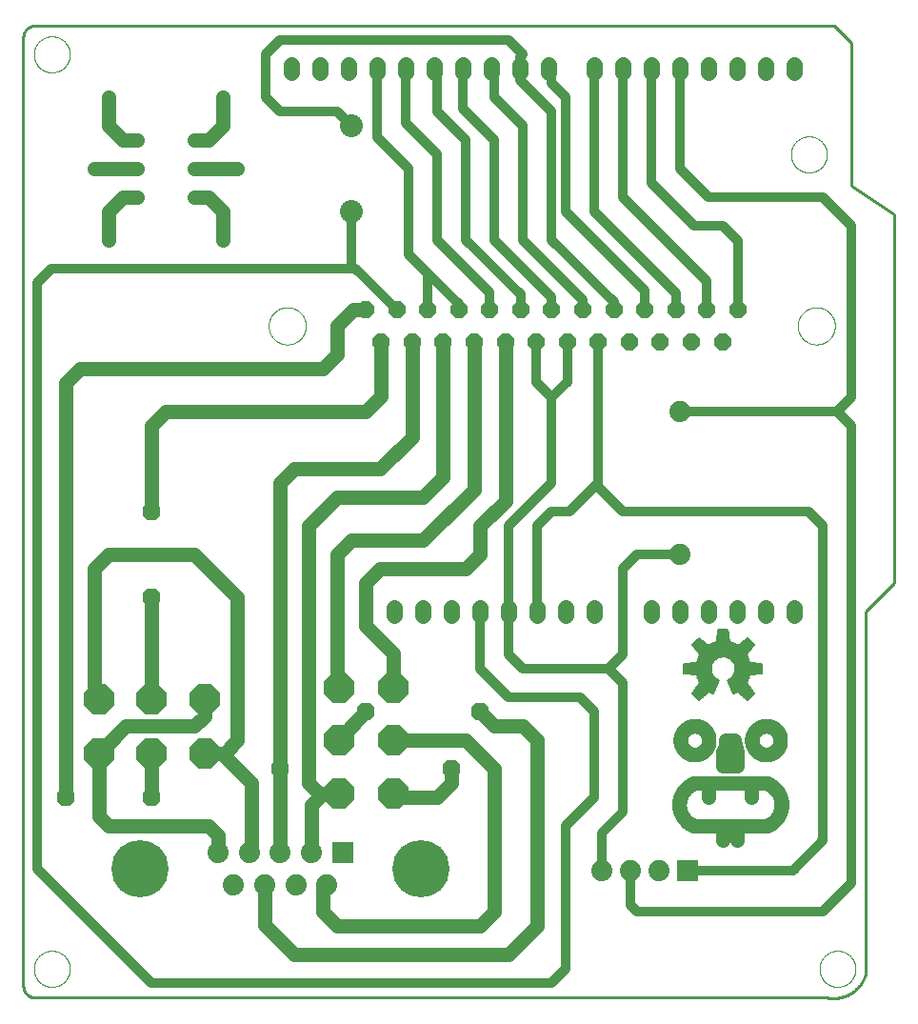
<source format=gtl>
G75*
%MOIN*%
%OFA0B0*%
%FSLAX25Y25*%
%IPPOS*%
%LPD*%
%AMOC8*
5,1,8,0,0,1.08239X$1,22.5*
%
%ADD10C,0.01000*%
%ADD11C,0.00000*%
%ADD12C,0.05000*%
%ADD13C,0.05600*%
%ADD14R,0.07400X0.07400*%
%ADD15C,0.07400*%
%ADD16C,0.08000*%
%ADD17C,0.20000*%
%ADD18OC8,0.10650*%
%ADD19C,0.00591*%
%ADD20OC8,0.06300*%
%ADD21OC8,0.06000*%
%ADD22C,0.03200*%
D10*
X0040379Y0022569D02*
X0040379Y0354695D01*
X0040381Y0354819D01*
X0040387Y0354942D01*
X0040396Y0355066D01*
X0040410Y0355188D01*
X0040427Y0355311D01*
X0040449Y0355433D01*
X0040474Y0355554D01*
X0040503Y0355674D01*
X0040535Y0355793D01*
X0040572Y0355912D01*
X0040612Y0356029D01*
X0040655Y0356144D01*
X0040703Y0356259D01*
X0040754Y0356371D01*
X0040808Y0356482D01*
X0040866Y0356592D01*
X0040927Y0356699D01*
X0040992Y0356805D01*
X0041060Y0356908D01*
X0041131Y0357009D01*
X0041205Y0357108D01*
X0041282Y0357205D01*
X0041363Y0357299D01*
X0041446Y0357390D01*
X0041532Y0357479D01*
X0041621Y0357565D01*
X0041712Y0357648D01*
X0041806Y0357729D01*
X0041903Y0357806D01*
X0042002Y0357880D01*
X0042103Y0357951D01*
X0042206Y0358019D01*
X0042312Y0358084D01*
X0042419Y0358145D01*
X0042529Y0358203D01*
X0042640Y0358257D01*
X0042752Y0358308D01*
X0042867Y0358356D01*
X0042982Y0358399D01*
X0043099Y0358439D01*
X0043218Y0358476D01*
X0043337Y0358508D01*
X0043457Y0358537D01*
X0043578Y0358562D01*
X0043700Y0358584D01*
X0043823Y0358601D01*
X0043945Y0358615D01*
X0044069Y0358624D01*
X0044192Y0358630D01*
X0044316Y0358632D01*
X0324379Y0358632D01*
X0330379Y0352632D01*
X0330379Y0302632D01*
X0345379Y0292632D01*
X0345379Y0163632D01*
X0335379Y0153632D01*
X0335379Y0027569D01*
X0335315Y0027293D01*
X0335245Y0027019D01*
X0335168Y0026747D01*
X0335084Y0026477D01*
X0334994Y0026209D01*
X0334898Y0025943D01*
X0334795Y0025679D01*
X0334686Y0025418D01*
X0334570Y0025160D01*
X0334448Y0024905D01*
X0334320Y0024652D01*
X0334187Y0024403D01*
X0334047Y0024157D01*
X0333901Y0023915D01*
X0333749Y0023676D01*
X0333592Y0023441D01*
X0333429Y0023210D01*
X0333260Y0022982D01*
X0333086Y0022759D01*
X0332907Y0022540D01*
X0332723Y0022326D01*
X0332533Y0022116D01*
X0332338Y0021911D01*
X0332139Y0021710D01*
X0331934Y0021515D01*
X0331725Y0021324D01*
X0331512Y0021138D01*
X0331294Y0020958D01*
X0331071Y0020783D01*
X0330845Y0020614D01*
X0330614Y0020450D01*
X0330380Y0020291D01*
X0330142Y0020138D01*
X0329900Y0019992D01*
X0329655Y0019851D01*
X0329406Y0019715D01*
X0329154Y0019586D01*
X0328900Y0019464D01*
X0328642Y0019347D01*
X0328381Y0019236D01*
X0328118Y0019132D01*
X0327853Y0019035D01*
X0327585Y0018943D01*
X0327315Y0018859D01*
X0327043Y0018780D01*
X0326770Y0018709D01*
X0326494Y0018644D01*
X0326218Y0018585D01*
X0325939Y0018534D01*
X0325660Y0018489D01*
X0325380Y0018451D01*
X0325099Y0018419D01*
X0324817Y0018395D01*
X0324534Y0018377D01*
X0324252Y0018366D01*
X0323969Y0018362D01*
X0323686Y0018365D01*
X0323403Y0018374D01*
X0323121Y0018391D01*
X0322839Y0018414D01*
X0322558Y0018444D01*
X0322277Y0018481D01*
X0321997Y0018525D01*
X0321719Y0018575D01*
X0321442Y0018632D01*
X0044316Y0018632D01*
X0044192Y0018634D01*
X0044069Y0018640D01*
X0043945Y0018649D01*
X0043823Y0018663D01*
X0043700Y0018680D01*
X0043578Y0018702D01*
X0043457Y0018727D01*
X0043337Y0018756D01*
X0043218Y0018788D01*
X0043099Y0018825D01*
X0042982Y0018865D01*
X0042867Y0018908D01*
X0042752Y0018956D01*
X0042640Y0019007D01*
X0042529Y0019061D01*
X0042419Y0019119D01*
X0042312Y0019180D01*
X0042206Y0019245D01*
X0042103Y0019313D01*
X0042002Y0019384D01*
X0041903Y0019458D01*
X0041806Y0019535D01*
X0041712Y0019616D01*
X0041621Y0019699D01*
X0041532Y0019785D01*
X0041446Y0019874D01*
X0041363Y0019965D01*
X0041282Y0020059D01*
X0041205Y0020156D01*
X0041131Y0020255D01*
X0041060Y0020356D01*
X0040992Y0020459D01*
X0040927Y0020565D01*
X0040866Y0020672D01*
X0040808Y0020782D01*
X0040754Y0020893D01*
X0040703Y0021005D01*
X0040655Y0021120D01*
X0040612Y0021235D01*
X0040572Y0021352D01*
X0040535Y0021471D01*
X0040503Y0021590D01*
X0040474Y0021710D01*
X0040449Y0021831D01*
X0040427Y0021953D01*
X0040410Y0022076D01*
X0040396Y0022198D01*
X0040387Y0022322D01*
X0040381Y0022445D01*
X0040379Y0022569D01*
D11*
X0044080Y0028632D02*
X0044082Y0028790D01*
X0044088Y0028948D01*
X0044098Y0029106D01*
X0044112Y0029264D01*
X0044130Y0029421D01*
X0044151Y0029578D01*
X0044177Y0029734D01*
X0044207Y0029890D01*
X0044240Y0030045D01*
X0044278Y0030198D01*
X0044319Y0030351D01*
X0044364Y0030503D01*
X0044413Y0030654D01*
X0044466Y0030803D01*
X0044522Y0030951D01*
X0044582Y0031097D01*
X0044646Y0031242D01*
X0044714Y0031385D01*
X0044785Y0031527D01*
X0044859Y0031667D01*
X0044937Y0031804D01*
X0045019Y0031940D01*
X0045103Y0032074D01*
X0045192Y0032205D01*
X0045283Y0032334D01*
X0045378Y0032461D01*
X0045475Y0032586D01*
X0045576Y0032708D01*
X0045680Y0032827D01*
X0045787Y0032944D01*
X0045897Y0033058D01*
X0046010Y0033169D01*
X0046125Y0033278D01*
X0046243Y0033383D01*
X0046364Y0033485D01*
X0046487Y0033585D01*
X0046613Y0033681D01*
X0046741Y0033774D01*
X0046871Y0033864D01*
X0047004Y0033950D01*
X0047139Y0034034D01*
X0047275Y0034113D01*
X0047414Y0034190D01*
X0047555Y0034262D01*
X0047697Y0034332D01*
X0047841Y0034397D01*
X0047987Y0034459D01*
X0048134Y0034517D01*
X0048283Y0034572D01*
X0048433Y0034623D01*
X0048584Y0034670D01*
X0048736Y0034713D01*
X0048889Y0034752D01*
X0049044Y0034788D01*
X0049199Y0034819D01*
X0049355Y0034847D01*
X0049511Y0034871D01*
X0049668Y0034891D01*
X0049826Y0034907D01*
X0049983Y0034919D01*
X0050142Y0034927D01*
X0050300Y0034931D01*
X0050458Y0034931D01*
X0050616Y0034927D01*
X0050775Y0034919D01*
X0050932Y0034907D01*
X0051090Y0034891D01*
X0051247Y0034871D01*
X0051403Y0034847D01*
X0051559Y0034819D01*
X0051714Y0034788D01*
X0051869Y0034752D01*
X0052022Y0034713D01*
X0052174Y0034670D01*
X0052325Y0034623D01*
X0052475Y0034572D01*
X0052624Y0034517D01*
X0052771Y0034459D01*
X0052917Y0034397D01*
X0053061Y0034332D01*
X0053203Y0034262D01*
X0053344Y0034190D01*
X0053483Y0034113D01*
X0053619Y0034034D01*
X0053754Y0033950D01*
X0053887Y0033864D01*
X0054017Y0033774D01*
X0054145Y0033681D01*
X0054271Y0033585D01*
X0054394Y0033485D01*
X0054515Y0033383D01*
X0054633Y0033278D01*
X0054748Y0033169D01*
X0054861Y0033058D01*
X0054971Y0032944D01*
X0055078Y0032827D01*
X0055182Y0032708D01*
X0055283Y0032586D01*
X0055380Y0032461D01*
X0055475Y0032334D01*
X0055566Y0032205D01*
X0055655Y0032074D01*
X0055739Y0031940D01*
X0055821Y0031804D01*
X0055899Y0031667D01*
X0055973Y0031527D01*
X0056044Y0031385D01*
X0056112Y0031242D01*
X0056176Y0031097D01*
X0056236Y0030951D01*
X0056292Y0030803D01*
X0056345Y0030654D01*
X0056394Y0030503D01*
X0056439Y0030351D01*
X0056480Y0030198D01*
X0056518Y0030045D01*
X0056551Y0029890D01*
X0056581Y0029734D01*
X0056607Y0029578D01*
X0056628Y0029421D01*
X0056646Y0029264D01*
X0056660Y0029106D01*
X0056670Y0028948D01*
X0056676Y0028790D01*
X0056678Y0028632D01*
X0056676Y0028474D01*
X0056670Y0028316D01*
X0056660Y0028158D01*
X0056646Y0028000D01*
X0056628Y0027843D01*
X0056607Y0027686D01*
X0056581Y0027530D01*
X0056551Y0027374D01*
X0056518Y0027219D01*
X0056480Y0027066D01*
X0056439Y0026913D01*
X0056394Y0026761D01*
X0056345Y0026610D01*
X0056292Y0026461D01*
X0056236Y0026313D01*
X0056176Y0026167D01*
X0056112Y0026022D01*
X0056044Y0025879D01*
X0055973Y0025737D01*
X0055899Y0025597D01*
X0055821Y0025460D01*
X0055739Y0025324D01*
X0055655Y0025190D01*
X0055566Y0025059D01*
X0055475Y0024930D01*
X0055380Y0024803D01*
X0055283Y0024678D01*
X0055182Y0024556D01*
X0055078Y0024437D01*
X0054971Y0024320D01*
X0054861Y0024206D01*
X0054748Y0024095D01*
X0054633Y0023986D01*
X0054515Y0023881D01*
X0054394Y0023779D01*
X0054271Y0023679D01*
X0054145Y0023583D01*
X0054017Y0023490D01*
X0053887Y0023400D01*
X0053754Y0023314D01*
X0053619Y0023230D01*
X0053483Y0023151D01*
X0053344Y0023074D01*
X0053203Y0023002D01*
X0053061Y0022932D01*
X0052917Y0022867D01*
X0052771Y0022805D01*
X0052624Y0022747D01*
X0052475Y0022692D01*
X0052325Y0022641D01*
X0052174Y0022594D01*
X0052022Y0022551D01*
X0051869Y0022512D01*
X0051714Y0022476D01*
X0051559Y0022445D01*
X0051403Y0022417D01*
X0051247Y0022393D01*
X0051090Y0022373D01*
X0050932Y0022357D01*
X0050775Y0022345D01*
X0050616Y0022337D01*
X0050458Y0022333D01*
X0050300Y0022333D01*
X0050142Y0022337D01*
X0049983Y0022345D01*
X0049826Y0022357D01*
X0049668Y0022373D01*
X0049511Y0022393D01*
X0049355Y0022417D01*
X0049199Y0022445D01*
X0049044Y0022476D01*
X0048889Y0022512D01*
X0048736Y0022551D01*
X0048584Y0022594D01*
X0048433Y0022641D01*
X0048283Y0022692D01*
X0048134Y0022747D01*
X0047987Y0022805D01*
X0047841Y0022867D01*
X0047697Y0022932D01*
X0047555Y0023002D01*
X0047414Y0023074D01*
X0047275Y0023151D01*
X0047139Y0023230D01*
X0047004Y0023314D01*
X0046871Y0023400D01*
X0046741Y0023490D01*
X0046613Y0023583D01*
X0046487Y0023679D01*
X0046364Y0023779D01*
X0046243Y0023881D01*
X0046125Y0023986D01*
X0046010Y0024095D01*
X0045897Y0024206D01*
X0045787Y0024320D01*
X0045680Y0024437D01*
X0045576Y0024556D01*
X0045475Y0024678D01*
X0045378Y0024803D01*
X0045283Y0024930D01*
X0045192Y0025059D01*
X0045103Y0025190D01*
X0045019Y0025324D01*
X0044937Y0025460D01*
X0044859Y0025597D01*
X0044785Y0025737D01*
X0044714Y0025879D01*
X0044646Y0026022D01*
X0044582Y0026167D01*
X0044522Y0026313D01*
X0044466Y0026461D01*
X0044413Y0026610D01*
X0044364Y0026761D01*
X0044319Y0026913D01*
X0044278Y0027066D01*
X0044240Y0027219D01*
X0044207Y0027374D01*
X0044177Y0027530D01*
X0044151Y0027686D01*
X0044130Y0027843D01*
X0044112Y0028000D01*
X0044098Y0028158D01*
X0044088Y0028316D01*
X0044082Y0028474D01*
X0044080Y0028632D01*
X0126279Y0253632D02*
X0126281Y0253793D01*
X0126287Y0253953D01*
X0126297Y0254114D01*
X0126311Y0254274D01*
X0126329Y0254434D01*
X0126350Y0254593D01*
X0126376Y0254752D01*
X0126406Y0254910D01*
X0126439Y0255067D01*
X0126477Y0255224D01*
X0126518Y0255379D01*
X0126563Y0255533D01*
X0126612Y0255686D01*
X0126665Y0255838D01*
X0126721Y0255989D01*
X0126782Y0256138D01*
X0126845Y0256286D01*
X0126913Y0256432D01*
X0126984Y0256576D01*
X0127058Y0256718D01*
X0127136Y0256859D01*
X0127218Y0256997D01*
X0127303Y0257134D01*
X0127391Y0257268D01*
X0127483Y0257400D01*
X0127578Y0257530D01*
X0127676Y0257658D01*
X0127777Y0257783D01*
X0127881Y0257905D01*
X0127988Y0258025D01*
X0128098Y0258142D01*
X0128211Y0258257D01*
X0128327Y0258368D01*
X0128446Y0258477D01*
X0128567Y0258582D01*
X0128691Y0258685D01*
X0128817Y0258785D01*
X0128945Y0258881D01*
X0129076Y0258974D01*
X0129210Y0259064D01*
X0129345Y0259151D01*
X0129483Y0259234D01*
X0129622Y0259314D01*
X0129764Y0259390D01*
X0129907Y0259463D01*
X0130052Y0259532D01*
X0130199Y0259598D01*
X0130347Y0259660D01*
X0130497Y0259718D01*
X0130648Y0259773D01*
X0130801Y0259824D01*
X0130955Y0259871D01*
X0131110Y0259914D01*
X0131266Y0259953D01*
X0131422Y0259989D01*
X0131580Y0260020D01*
X0131738Y0260048D01*
X0131897Y0260072D01*
X0132057Y0260092D01*
X0132217Y0260108D01*
X0132377Y0260120D01*
X0132538Y0260128D01*
X0132699Y0260132D01*
X0132859Y0260132D01*
X0133020Y0260128D01*
X0133181Y0260120D01*
X0133341Y0260108D01*
X0133501Y0260092D01*
X0133661Y0260072D01*
X0133820Y0260048D01*
X0133978Y0260020D01*
X0134136Y0259989D01*
X0134292Y0259953D01*
X0134448Y0259914D01*
X0134603Y0259871D01*
X0134757Y0259824D01*
X0134910Y0259773D01*
X0135061Y0259718D01*
X0135211Y0259660D01*
X0135359Y0259598D01*
X0135506Y0259532D01*
X0135651Y0259463D01*
X0135794Y0259390D01*
X0135936Y0259314D01*
X0136075Y0259234D01*
X0136213Y0259151D01*
X0136348Y0259064D01*
X0136482Y0258974D01*
X0136613Y0258881D01*
X0136741Y0258785D01*
X0136867Y0258685D01*
X0136991Y0258582D01*
X0137112Y0258477D01*
X0137231Y0258368D01*
X0137347Y0258257D01*
X0137460Y0258142D01*
X0137570Y0258025D01*
X0137677Y0257905D01*
X0137781Y0257783D01*
X0137882Y0257658D01*
X0137980Y0257530D01*
X0138075Y0257400D01*
X0138167Y0257268D01*
X0138255Y0257134D01*
X0138340Y0256997D01*
X0138422Y0256859D01*
X0138500Y0256718D01*
X0138574Y0256576D01*
X0138645Y0256432D01*
X0138713Y0256286D01*
X0138776Y0256138D01*
X0138837Y0255989D01*
X0138893Y0255838D01*
X0138946Y0255686D01*
X0138995Y0255533D01*
X0139040Y0255379D01*
X0139081Y0255224D01*
X0139119Y0255067D01*
X0139152Y0254910D01*
X0139182Y0254752D01*
X0139208Y0254593D01*
X0139229Y0254434D01*
X0139247Y0254274D01*
X0139261Y0254114D01*
X0139271Y0253953D01*
X0139277Y0253793D01*
X0139279Y0253632D01*
X0139277Y0253471D01*
X0139271Y0253311D01*
X0139261Y0253150D01*
X0139247Y0252990D01*
X0139229Y0252830D01*
X0139208Y0252671D01*
X0139182Y0252512D01*
X0139152Y0252354D01*
X0139119Y0252197D01*
X0139081Y0252040D01*
X0139040Y0251885D01*
X0138995Y0251731D01*
X0138946Y0251578D01*
X0138893Y0251426D01*
X0138837Y0251275D01*
X0138776Y0251126D01*
X0138713Y0250978D01*
X0138645Y0250832D01*
X0138574Y0250688D01*
X0138500Y0250546D01*
X0138422Y0250405D01*
X0138340Y0250267D01*
X0138255Y0250130D01*
X0138167Y0249996D01*
X0138075Y0249864D01*
X0137980Y0249734D01*
X0137882Y0249606D01*
X0137781Y0249481D01*
X0137677Y0249359D01*
X0137570Y0249239D01*
X0137460Y0249122D01*
X0137347Y0249007D01*
X0137231Y0248896D01*
X0137112Y0248787D01*
X0136991Y0248682D01*
X0136867Y0248579D01*
X0136741Y0248479D01*
X0136613Y0248383D01*
X0136482Y0248290D01*
X0136348Y0248200D01*
X0136213Y0248113D01*
X0136075Y0248030D01*
X0135936Y0247950D01*
X0135794Y0247874D01*
X0135651Y0247801D01*
X0135506Y0247732D01*
X0135359Y0247666D01*
X0135211Y0247604D01*
X0135061Y0247546D01*
X0134910Y0247491D01*
X0134757Y0247440D01*
X0134603Y0247393D01*
X0134448Y0247350D01*
X0134292Y0247311D01*
X0134136Y0247275D01*
X0133978Y0247244D01*
X0133820Y0247216D01*
X0133661Y0247192D01*
X0133501Y0247172D01*
X0133341Y0247156D01*
X0133181Y0247144D01*
X0133020Y0247136D01*
X0132859Y0247132D01*
X0132699Y0247132D01*
X0132538Y0247136D01*
X0132377Y0247144D01*
X0132217Y0247156D01*
X0132057Y0247172D01*
X0131897Y0247192D01*
X0131738Y0247216D01*
X0131580Y0247244D01*
X0131422Y0247275D01*
X0131266Y0247311D01*
X0131110Y0247350D01*
X0130955Y0247393D01*
X0130801Y0247440D01*
X0130648Y0247491D01*
X0130497Y0247546D01*
X0130347Y0247604D01*
X0130199Y0247666D01*
X0130052Y0247732D01*
X0129907Y0247801D01*
X0129764Y0247874D01*
X0129622Y0247950D01*
X0129483Y0248030D01*
X0129345Y0248113D01*
X0129210Y0248200D01*
X0129076Y0248290D01*
X0128945Y0248383D01*
X0128817Y0248479D01*
X0128691Y0248579D01*
X0128567Y0248682D01*
X0128446Y0248787D01*
X0128327Y0248896D01*
X0128211Y0249007D01*
X0128098Y0249122D01*
X0127988Y0249239D01*
X0127881Y0249359D01*
X0127777Y0249481D01*
X0127676Y0249606D01*
X0127578Y0249734D01*
X0127483Y0249864D01*
X0127391Y0249996D01*
X0127303Y0250130D01*
X0127218Y0250267D01*
X0127136Y0250405D01*
X0127058Y0250546D01*
X0126984Y0250688D01*
X0126913Y0250832D01*
X0126845Y0250978D01*
X0126782Y0251126D01*
X0126721Y0251275D01*
X0126665Y0251426D01*
X0126612Y0251578D01*
X0126563Y0251731D01*
X0126518Y0251885D01*
X0126477Y0252040D01*
X0126439Y0252197D01*
X0126406Y0252354D01*
X0126376Y0252512D01*
X0126350Y0252671D01*
X0126329Y0252830D01*
X0126311Y0252990D01*
X0126297Y0253150D01*
X0126287Y0253311D01*
X0126281Y0253471D01*
X0126279Y0253632D01*
X0044080Y0348632D02*
X0044082Y0348790D01*
X0044088Y0348948D01*
X0044098Y0349106D01*
X0044112Y0349264D01*
X0044130Y0349421D01*
X0044151Y0349578D01*
X0044177Y0349734D01*
X0044207Y0349890D01*
X0044240Y0350045D01*
X0044278Y0350198D01*
X0044319Y0350351D01*
X0044364Y0350503D01*
X0044413Y0350654D01*
X0044466Y0350803D01*
X0044522Y0350951D01*
X0044582Y0351097D01*
X0044646Y0351242D01*
X0044714Y0351385D01*
X0044785Y0351527D01*
X0044859Y0351667D01*
X0044937Y0351804D01*
X0045019Y0351940D01*
X0045103Y0352074D01*
X0045192Y0352205D01*
X0045283Y0352334D01*
X0045378Y0352461D01*
X0045475Y0352586D01*
X0045576Y0352708D01*
X0045680Y0352827D01*
X0045787Y0352944D01*
X0045897Y0353058D01*
X0046010Y0353169D01*
X0046125Y0353278D01*
X0046243Y0353383D01*
X0046364Y0353485D01*
X0046487Y0353585D01*
X0046613Y0353681D01*
X0046741Y0353774D01*
X0046871Y0353864D01*
X0047004Y0353950D01*
X0047139Y0354034D01*
X0047275Y0354113D01*
X0047414Y0354190D01*
X0047555Y0354262D01*
X0047697Y0354332D01*
X0047841Y0354397D01*
X0047987Y0354459D01*
X0048134Y0354517D01*
X0048283Y0354572D01*
X0048433Y0354623D01*
X0048584Y0354670D01*
X0048736Y0354713D01*
X0048889Y0354752D01*
X0049044Y0354788D01*
X0049199Y0354819D01*
X0049355Y0354847D01*
X0049511Y0354871D01*
X0049668Y0354891D01*
X0049826Y0354907D01*
X0049983Y0354919D01*
X0050142Y0354927D01*
X0050300Y0354931D01*
X0050458Y0354931D01*
X0050616Y0354927D01*
X0050775Y0354919D01*
X0050932Y0354907D01*
X0051090Y0354891D01*
X0051247Y0354871D01*
X0051403Y0354847D01*
X0051559Y0354819D01*
X0051714Y0354788D01*
X0051869Y0354752D01*
X0052022Y0354713D01*
X0052174Y0354670D01*
X0052325Y0354623D01*
X0052475Y0354572D01*
X0052624Y0354517D01*
X0052771Y0354459D01*
X0052917Y0354397D01*
X0053061Y0354332D01*
X0053203Y0354262D01*
X0053344Y0354190D01*
X0053483Y0354113D01*
X0053619Y0354034D01*
X0053754Y0353950D01*
X0053887Y0353864D01*
X0054017Y0353774D01*
X0054145Y0353681D01*
X0054271Y0353585D01*
X0054394Y0353485D01*
X0054515Y0353383D01*
X0054633Y0353278D01*
X0054748Y0353169D01*
X0054861Y0353058D01*
X0054971Y0352944D01*
X0055078Y0352827D01*
X0055182Y0352708D01*
X0055283Y0352586D01*
X0055380Y0352461D01*
X0055475Y0352334D01*
X0055566Y0352205D01*
X0055655Y0352074D01*
X0055739Y0351940D01*
X0055821Y0351804D01*
X0055899Y0351667D01*
X0055973Y0351527D01*
X0056044Y0351385D01*
X0056112Y0351242D01*
X0056176Y0351097D01*
X0056236Y0350951D01*
X0056292Y0350803D01*
X0056345Y0350654D01*
X0056394Y0350503D01*
X0056439Y0350351D01*
X0056480Y0350198D01*
X0056518Y0350045D01*
X0056551Y0349890D01*
X0056581Y0349734D01*
X0056607Y0349578D01*
X0056628Y0349421D01*
X0056646Y0349264D01*
X0056660Y0349106D01*
X0056670Y0348948D01*
X0056676Y0348790D01*
X0056678Y0348632D01*
X0056676Y0348474D01*
X0056670Y0348316D01*
X0056660Y0348158D01*
X0056646Y0348000D01*
X0056628Y0347843D01*
X0056607Y0347686D01*
X0056581Y0347530D01*
X0056551Y0347374D01*
X0056518Y0347219D01*
X0056480Y0347066D01*
X0056439Y0346913D01*
X0056394Y0346761D01*
X0056345Y0346610D01*
X0056292Y0346461D01*
X0056236Y0346313D01*
X0056176Y0346167D01*
X0056112Y0346022D01*
X0056044Y0345879D01*
X0055973Y0345737D01*
X0055899Y0345597D01*
X0055821Y0345460D01*
X0055739Y0345324D01*
X0055655Y0345190D01*
X0055566Y0345059D01*
X0055475Y0344930D01*
X0055380Y0344803D01*
X0055283Y0344678D01*
X0055182Y0344556D01*
X0055078Y0344437D01*
X0054971Y0344320D01*
X0054861Y0344206D01*
X0054748Y0344095D01*
X0054633Y0343986D01*
X0054515Y0343881D01*
X0054394Y0343779D01*
X0054271Y0343679D01*
X0054145Y0343583D01*
X0054017Y0343490D01*
X0053887Y0343400D01*
X0053754Y0343314D01*
X0053619Y0343230D01*
X0053483Y0343151D01*
X0053344Y0343074D01*
X0053203Y0343002D01*
X0053061Y0342932D01*
X0052917Y0342867D01*
X0052771Y0342805D01*
X0052624Y0342747D01*
X0052475Y0342692D01*
X0052325Y0342641D01*
X0052174Y0342594D01*
X0052022Y0342551D01*
X0051869Y0342512D01*
X0051714Y0342476D01*
X0051559Y0342445D01*
X0051403Y0342417D01*
X0051247Y0342393D01*
X0051090Y0342373D01*
X0050932Y0342357D01*
X0050775Y0342345D01*
X0050616Y0342337D01*
X0050458Y0342333D01*
X0050300Y0342333D01*
X0050142Y0342337D01*
X0049983Y0342345D01*
X0049826Y0342357D01*
X0049668Y0342373D01*
X0049511Y0342393D01*
X0049355Y0342417D01*
X0049199Y0342445D01*
X0049044Y0342476D01*
X0048889Y0342512D01*
X0048736Y0342551D01*
X0048584Y0342594D01*
X0048433Y0342641D01*
X0048283Y0342692D01*
X0048134Y0342747D01*
X0047987Y0342805D01*
X0047841Y0342867D01*
X0047697Y0342932D01*
X0047555Y0343002D01*
X0047414Y0343074D01*
X0047275Y0343151D01*
X0047139Y0343230D01*
X0047004Y0343314D01*
X0046871Y0343400D01*
X0046741Y0343490D01*
X0046613Y0343583D01*
X0046487Y0343679D01*
X0046364Y0343779D01*
X0046243Y0343881D01*
X0046125Y0343986D01*
X0046010Y0344095D01*
X0045897Y0344206D01*
X0045787Y0344320D01*
X0045680Y0344437D01*
X0045576Y0344556D01*
X0045475Y0344678D01*
X0045378Y0344803D01*
X0045283Y0344930D01*
X0045192Y0345059D01*
X0045103Y0345190D01*
X0045019Y0345324D01*
X0044937Y0345460D01*
X0044859Y0345597D01*
X0044785Y0345737D01*
X0044714Y0345879D01*
X0044646Y0346022D01*
X0044582Y0346167D01*
X0044522Y0346313D01*
X0044466Y0346461D01*
X0044413Y0346610D01*
X0044364Y0346761D01*
X0044319Y0346913D01*
X0044278Y0347066D01*
X0044240Y0347219D01*
X0044207Y0347374D01*
X0044177Y0347530D01*
X0044151Y0347686D01*
X0044130Y0347843D01*
X0044112Y0348000D01*
X0044098Y0348158D01*
X0044088Y0348316D01*
X0044082Y0348474D01*
X0044080Y0348632D01*
X0309080Y0313632D02*
X0309082Y0313790D01*
X0309088Y0313948D01*
X0309098Y0314106D01*
X0309112Y0314264D01*
X0309130Y0314421D01*
X0309151Y0314578D01*
X0309177Y0314734D01*
X0309207Y0314890D01*
X0309240Y0315045D01*
X0309278Y0315198D01*
X0309319Y0315351D01*
X0309364Y0315503D01*
X0309413Y0315654D01*
X0309466Y0315803D01*
X0309522Y0315951D01*
X0309582Y0316097D01*
X0309646Y0316242D01*
X0309714Y0316385D01*
X0309785Y0316527D01*
X0309859Y0316667D01*
X0309937Y0316804D01*
X0310019Y0316940D01*
X0310103Y0317074D01*
X0310192Y0317205D01*
X0310283Y0317334D01*
X0310378Y0317461D01*
X0310475Y0317586D01*
X0310576Y0317708D01*
X0310680Y0317827D01*
X0310787Y0317944D01*
X0310897Y0318058D01*
X0311010Y0318169D01*
X0311125Y0318278D01*
X0311243Y0318383D01*
X0311364Y0318485D01*
X0311487Y0318585D01*
X0311613Y0318681D01*
X0311741Y0318774D01*
X0311871Y0318864D01*
X0312004Y0318950D01*
X0312139Y0319034D01*
X0312275Y0319113D01*
X0312414Y0319190D01*
X0312555Y0319262D01*
X0312697Y0319332D01*
X0312841Y0319397D01*
X0312987Y0319459D01*
X0313134Y0319517D01*
X0313283Y0319572D01*
X0313433Y0319623D01*
X0313584Y0319670D01*
X0313736Y0319713D01*
X0313889Y0319752D01*
X0314044Y0319788D01*
X0314199Y0319819D01*
X0314355Y0319847D01*
X0314511Y0319871D01*
X0314668Y0319891D01*
X0314826Y0319907D01*
X0314983Y0319919D01*
X0315142Y0319927D01*
X0315300Y0319931D01*
X0315458Y0319931D01*
X0315616Y0319927D01*
X0315775Y0319919D01*
X0315932Y0319907D01*
X0316090Y0319891D01*
X0316247Y0319871D01*
X0316403Y0319847D01*
X0316559Y0319819D01*
X0316714Y0319788D01*
X0316869Y0319752D01*
X0317022Y0319713D01*
X0317174Y0319670D01*
X0317325Y0319623D01*
X0317475Y0319572D01*
X0317624Y0319517D01*
X0317771Y0319459D01*
X0317917Y0319397D01*
X0318061Y0319332D01*
X0318203Y0319262D01*
X0318344Y0319190D01*
X0318483Y0319113D01*
X0318619Y0319034D01*
X0318754Y0318950D01*
X0318887Y0318864D01*
X0319017Y0318774D01*
X0319145Y0318681D01*
X0319271Y0318585D01*
X0319394Y0318485D01*
X0319515Y0318383D01*
X0319633Y0318278D01*
X0319748Y0318169D01*
X0319861Y0318058D01*
X0319971Y0317944D01*
X0320078Y0317827D01*
X0320182Y0317708D01*
X0320283Y0317586D01*
X0320380Y0317461D01*
X0320475Y0317334D01*
X0320566Y0317205D01*
X0320655Y0317074D01*
X0320739Y0316940D01*
X0320821Y0316804D01*
X0320899Y0316667D01*
X0320973Y0316527D01*
X0321044Y0316385D01*
X0321112Y0316242D01*
X0321176Y0316097D01*
X0321236Y0315951D01*
X0321292Y0315803D01*
X0321345Y0315654D01*
X0321394Y0315503D01*
X0321439Y0315351D01*
X0321480Y0315198D01*
X0321518Y0315045D01*
X0321551Y0314890D01*
X0321581Y0314734D01*
X0321607Y0314578D01*
X0321628Y0314421D01*
X0321646Y0314264D01*
X0321660Y0314106D01*
X0321670Y0313948D01*
X0321676Y0313790D01*
X0321678Y0313632D01*
X0321676Y0313474D01*
X0321670Y0313316D01*
X0321660Y0313158D01*
X0321646Y0313000D01*
X0321628Y0312843D01*
X0321607Y0312686D01*
X0321581Y0312530D01*
X0321551Y0312374D01*
X0321518Y0312219D01*
X0321480Y0312066D01*
X0321439Y0311913D01*
X0321394Y0311761D01*
X0321345Y0311610D01*
X0321292Y0311461D01*
X0321236Y0311313D01*
X0321176Y0311167D01*
X0321112Y0311022D01*
X0321044Y0310879D01*
X0320973Y0310737D01*
X0320899Y0310597D01*
X0320821Y0310460D01*
X0320739Y0310324D01*
X0320655Y0310190D01*
X0320566Y0310059D01*
X0320475Y0309930D01*
X0320380Y0309803D01*
X0320283Y0309678D01*
X0320182Y0309556D01*
X0320078Y0309437D01*
X0319971Y0309320D01*
X0319861Y0309206D01*
X0319748Y0309095D01*
X0319633Y0308986D01*
X0319515Y0308881D01*
X0319394Y0308779D01*
X0319271Y0308679D01*
X0319145Y0308583D01*
X0319017Y0308490D01*
X0318887Y0308400D01*
X0318754Y0308314D01*
X0318619Y0308230D01*
X0318483Y0308151D01*
X0318344Y0308074D01*
X0318203Y0308002D01*
X0318061Y0307932D01*
X0317917Y0307867D01*
X0317771Y0307805D01*
X0317624Y0307747D01*
X0317475Y0307692D01*
X0317325Y0307641D01*
X0317174Y0307594D01*
X0317022Y0307551D01*
X0316869Y0307512D01*
X0316714Y0307476D01*
X0316559Y0307445D01*
X0316403Y0307417D01*
X0316247Y0307393D01*
X0316090Y0307373D01*
X0315932Y0307357D01*
X0315775Y0307345D01*
X0315616Y0307337D01*
X0315458Y0307333D01*
X0315300Y0307333D01*
X0315142Y0307337D01*
X0314983Y0307345D01*
X0314826Y0307357D01*
X0314668Y0307373D01*
X0314511Y0307393D01*
X0314355Y0307417D01*
X0314199Y0307445D01*
X0314044Y0307476D01*
X0313889Y0307512D01*
X0313736Y0307551D01*
X0313584Y0307594D01*
X0313433Y0307641D01*
X0313283Y0307692D01*
X0313134Y0307747D01*
X0312987Y0307805D01*
X0312841Y0307867D01*
X0312697Y0307932D01*
X0312555Y0308002D01*
X0312414Y0308074D01*
X0312275Y0308151D01*
X0312139Y0308230D01*
X0312004Y0308314D01*
X0311871Y0308400D01*
X0311741Y0308490D01*
X0311613Y0308583D01*
X0311487Y0308679D01*
X0311364Y0308779D01*
X0311243Y0308881D01*
X0311125Y0308986D01*
X0311010Y0309095D01*
X0310897Y0309206D01*
X0310787Y0309320D01*
X0310680Y0309437D01*
X0310576Y0309556D01*
X0310475Y0309678D01*
X0310378Y0309803D01*
X0310283Y0309930D01*
X0310192Y0310059D01*
X0310103Y0310190D01*
X0310019Y0310324D01*
X0309937Y0310460D01*
X0309859Y0310597D01*
X0309785Y0310737D01*
X0309714Y0310879D01*
X0309646Y0311022D01*
X0309582Y0311167D01*
X0309522Y0311313D01*
X0309466Y0311461D01*
X0309413Y0311610D01*
X0309364Y0311761D01*
X0309319Y0311913D01*
X0309278Y0312066D01*
X0309240Y0312219D01*
X0309207Y0312374D01*
X0309177Y0312530D01*
X0309151Y0312686D01*
X0309130Y0312843D01*
X0309112Y0313000D01*
X0309098Y0313158D01*
X0309088Y0313316D01*
X0309082Y0313474D01*
X0309080Y0313632D01*
X0311479Y0253632D02*
X0311481Y0253793D01*
X0311487Y0253953D01*
X0311497Y0254114D01*
X0311511Y0254274D01*
X0311529Y0254434D01*
X0311550Y0254593D01*
X0311576Y0254752D01*
X0311606Y0254910D01*
X0311639Y0255067D01*
X0311677Y0255224D01*
X0311718Y0255379D01*
X0311763Y0255533D01*
X0311812Y0255686D01*
X0311865Y0255838D01*
X0311921Y0255989D01*
X0311982Y0256138D01*
X0312045Y0256286D01*
X0312113Y0256432D01*
X0312184Y0256576D01*
X0312258Y0256718D01*
X0312336Y0256859D01*
X0312418Y0256997D01*
X0312503Y0257134D01*
X0312591Y0257268D01*
X0312683Y0257400D01*
X0312778Y0257530D01*
X0312876Y0257658D01*
X0312977Y0257783D01*
X0313081Y0257905D01*
X0313188Y0258025D01*
X0313298Y0258142D01*
X0313411Y0258257D01*
X0313527Y0258368D01*
X0313646Y0258477D01*
X0313767Y0258582D01*
X0313891Y0258685D01*
X0314017Y0258785D01*
X0314145Y0258881D01*
X0314276Y0258974D01*
X0314410Y0259064D01*
X0314545Y0259151D01*
X0314683Y0259234D01*
X0314822Y0259314D01*
X0314964Y0259390D01*
X0315107Y0259463D01*
X0315252Y0259532D01*
X0315399Y0259598D01*
X0315547Y0259660D01*
X0315697Y0259718D01*
X0315848Y0259773D01*
X0316001Y0259824D01*
X0316155Y0259871D01*
X0316310Y0259914D01*
X0316466Y0259953D01*
X0316622Y0259989D01*
X0316780Y0260020D01*
X0316938Y0260048D01*
X0317097Y0260072D01*
X0317257Y0260092D01*
X0317417Y0260108D01*
X0317577Y0260120D01*
X0317738Y0260128D01*
X0317899Y0260132D01*
X0318059Y0260132D01*
X0318220Y0260128D01*
X0318381Y0260120D01*
X0318541Y0260108D01*
X0318701Y0260092D01*
X0318861Y0260072D01*
X0319020Y0260048D01*
X0319178Y0260020D01*
X0319336Y0259989D01*
X0319492Y0259953D01*
X0319648Y0259914D01*
X0319803Y0259871D01*
X0319957Y0259824D01*
X0320110Y0259773D01*
X0320261Y0259718D01*
X0320411Y0259660D01*
X0320559Y0259598D01*
X0320706Y0259532D01*
X0320851Y0259463D01*
X0320994Y0259390D01*
X0321136Y0259314D01*
X0321275Y0259234D01*
X0321413Y0259151D01*
X0321548Y0259064D01*
X0321682Y0258974D01*
X0321813Y0258881D01*
X0321941Y0258785D01*
X0322067Y0258685D01*
X0322191Y0258582D01*
X0322312Y0258477D01*
X0322431Y0258368D01*
X0322547Y0258257D01*
X0322660Y0258142D01*
X0322770Y0258025D01*
X0322877Y0257905D01*
X0322981Y0257783D01*
X0323082Y0257658D01*
X0323180Y0257530D01*
X0323275Y0257400D01*
X0323367Y0257268D01*
X0323455Y0257134D01*
X0323540Y0256997D01*
X0323622Y0256859D01*
X0323700Y0256718D01*
X0323774Y0256576D01*
X0323845Y0256432D01*
X0323913Y0256286D01*
X0323976Y0256138D01*
X0324037Y0255989D01*
X0324093Y0255838D01*
X0324146Y0255686D01*
X0324195Y0255533D01*
X0324240Y0255379D01*
X0324281Y0255224D01*
X0324319Y0255067D01*
X0324352Y0254910D01*
X0324382Y0254752D01*
X0324408Y0254593D01*
X0324429Y0254434D01*
X0324447Y0254274D01*
X0324461Y0254114D01*
X0324471Y0253953D01*
X0324477Y0253793D01*
X0324479Y0253632D01*
X0324477Y0253471D01*
X0324471Y0253311D01*
X0324461Y0253150D01*
X0324447Y0252990D01*
X0324429Y0252830D01*
X0324408Y0252671D01*
X0324382Y0252512D01*
X0324352Y0252354D01*
X0324319Y0252197D01*
X0324281Y0252040D01*
X0324240Y0251885D01*
X0324195Y0251731D01*
X0324146Y0251578D01*
X0324093Y0251426D01*
X0324037Y0251275D01*
X0323976Y0251126D01*
X0323913Y0250978D01*
X0323845Y0250832D01*
X0323774Y0250688D01*
X0323700Y0250546D01*
X0323622Y0250405D01*
X0323540Y0250267D01*
X0323455Y0250130D01*
X0323367Y0249996D01*
X0323275Y0249864D01*
X0323180Y0249734D01*
X0323082Y0249606D01*
X0322981Y0249481D01*
X0322877Y0249359D01*
X0322770Y0249239D01*
X0322660Y0249122D01*
X0322547Y0249007D01*
X0322431Y0248896D01*
X0322312Y0248787D01*
X0322191Y0248682D01*
X0322067Y0248579D01*
X0321941Y0248479D01*
X0321813Y0248383D01*
X0321682Y0248290D01*
X0321548Y0248200D01*
X0321413Y0248113D01*
X0321275Y0248030D01*
X0321136Y0247950D01*
X0320994Y0247874D01*
X0320851Y0247801D01*
X0320706Y0247732D01*
X0320559Y0247666D01*
X0320411Y0247604D01*
X0320261Y0247546D01*
X0320110Y0247491D01*
X0319957Y0247440D01*
X0319803Y0247393D01*
X0319648Y0247350D01*
X0319492Y0247311D01*
X0319336Y0247275D01*
X0319178Y0247244D01*
X0319020Y0247216D01*
X0318861Y0247192D01*
X0318701Y0247172D01*
X0318541Y0247156D01*
X0318381Y0247144D01*
X0318220Y0247136D01*
X0318059Y0247132D01*
X0317899Y0247132D01*
X0317738Y0247136D01*
X0317577Y0247144D01*
X0317417Y0247156D01*
X0317257Y0247172D01*
X0317097Y0247192D01*
X0316938Y0247216D01*
X0316780Y0247244D01*
X0316622Y0247275D01*
X0316466Y0247311D01*
X0316310Y0247350D01*
X0316155Y0247393D01*
X0316001Y0247440D01*
X0315848Y0247491D01*
X0315697Y0247546D01*
X0315547Y0247604D01*
X0315399Y0247666D01*
X0315252Y0247732D01*
X0315107Y0247801D01*
X0314964Y0247874D01*
X0314822Y0247950D01*
X0314683Y0248030D01*
X0314545Y0248113D01*
X0314410Y0248200D01*
X0314276Y0248290D01*
X0314145Y0248383D01*
X0314017Y0248479D01*
X0313891Y0248579D01*
X0313767Y0248682D01*
X0313646Y0248787D01*
X0313527Y0248896D01*
X0313411Y0249007D01*
X0313298Y0249122D01*
X0313188Y0249239D01*
X0313081Y0249359D01*
X0312977Y0249481D01*
X0312876Y0249606D01*
X0312778Y0249734D01*
X0312683Y0249864D01*
X0312591Y0249996D01*
X0312503Y0250130D01*
X0312418Y0250267D01*
X0312336Y0250405D01*
X0312258Y0250546D01*
X0312184Y0250688D01*
X0312113Y0250832D01*
X0312045Y0250978D01*
X0311982Y0251126D01*
X0311921Y0251275D01*
X0311865Y0251426D01*
X0311812Y0251578D01*
X0311763Y0251731D01*
X0311718Y0251885D01*
X0311677Y0252040D01*
X0311639Y0252197D01*
X0311606Y0252354D01*
X0311576Y0252512D01*
X0311550Y0252671D01*
X0311529Y0252830D01*
X0311511Y0252990D01*
X0311497Y0253150D01*
X0311487Y0253311D01*
X0311481Y0253471D01*
X0311479Y0253632D01*
X0319080Y0028632D02*
X0319082Y0028790D01*
X0319088Y0028948D01*
X0319098Y0029106D01*
X0319112Y0029264D01*
X0319130Y0029421D01*
X0319151Y0029578D01*
X0319177Y0029734D01*
X0319207Y0029890D01*
X0319240Y0030045D01*
X0319278Y0030198D01*
X0319319Y0030351D01*
X0319364Y0030503D01*
X0319413Y0030654D01*
X0319466Y0030803D01*
X0319522Y0030951D01*
X0319582Y0031097D01*
X0319646Y0031242D01*
X0319714Y0031385D01*
X0319785Y0031527D01*
X0319859Y0031667D01*
X0319937Y0031804D01*
X0320019Y0031940D01*
X0320103Y0032074D01*
X0320192Y0032205D01*
X0320283Y0032334D01*
X0320378Y0032461D01*
X0320475Y0032586D01*
X0320576Y0032708D01*
X0320680Y0032827D01*
X0320787Y0032944D01*
X0320897Y0033058D01*
X0321010Y0033169D01*
X0321125Y0033278D01*
X0321243Y0033383D01*
X0321364Y0033485D01*
X0321487Y0033585D01*
X0321613Y0033681D01*
X0321741Y0033774D01*
X0321871Y0033864D01*
X0322004Y0033950D01*
X0322139Y0034034D01*
X0322275Y0034113D01*
X0322414Y0034190D01*
X0322555Y0034262D01*
X0322697Y0034332D01*
X0322841Y0034397D01*
X0322987Y0034459D01*
X0323134Y0034517D01*
X0323283Y0034572D01*
X0323433Y0034623D01*
X0323584Y0034670D01*
X0323736Y0034713D01*
X0323889Y0034752D01*
X0324044Y0034788D01*
X0324199Y0034819D01*
X0324355Y0034847D01*
X0324511Y0034871D01*
X0324668Y0034891D01*
X0324826Y0034907D01*
X0324983Y0034919D01*
X0325142Y0034927D01*
X0325300Y0034931D01*
X0325458Y0034931D01*
X0325616Y0034927D01*
X0325775Y0034919D01*
X0325932Y0034907D01*
X0326090Y0034891D01*
X0326247Y0034871D01*
X0326403Y0034847D01*
X0326559Y0034819D01*
X0326714Y0034788D01*
X0326869Y0034752D01*
X0327022Y0034713D01*
X0327174Y0034670D01*
X0327325Y0034623D01*
X0327475Y0034572D01*
X0327624Y0034517D01*
X0327771Y0034459D01*
X0327917Y0034397D01*
X0328061Y0034332D01*
X0328203Y0034262D01*
X0328344Y0034190D01*
X0328483Y0034113D01*
X0328619Y0034034D01*
X0328754Y0033950D01*
X0328887Y0033864D01*
X0329017Y0033774D01*
X0329145Y0033681D01*
X0329271Y0033585D01*
X0329394Y0033485D01*
X0329515Y0033383D01*
X0329633Y0033278D01*
X0329748Y0033169D01*
X0329861Y0033058D01*
X0329971Y0032944D01*
X0330078Y0032827D01*
X0330182Y0032708D01*
X0330283Y0032586D01*
X0330380Y0032461D01*
X0330475Y0032334D01*
X0330566Y0032205D01*
X0330655Y0032074D01*
X0330739Y0031940D01*
X0330821Y0031804D01*
X0330899Y0031667D01*
X0330973Y0031527D01*
X0331044Y0031385D01*
X0331112Y0031242D01*
X0331176Y0031097D01*
X0331236Y0030951D01*
X0331292Y0030803D01*
X0331345Y0030654D01*
X0331394Y0030503D01*
X0331439Y0030351D01*
X0331480Y0030198D01*
X0331518Y0030045D01*
X0331551Y0029890D01*
X0331581Y0029734D01*
X0331607Y0029578D01*
X0331628Y0029421D01*
X0331646Y0029264D01*
X0331660Y0029106D01*
X0331670Y0028948D01*
X0331676Y0028790D01*
X0331678Y0028632D01*
X0331676Y0028474D01*
X0331670Y0028316D01*
X0331660Y0028158D01*
X0331646Y0028000D01*
X0331628Y0027843D01*
X0331607Y0027686D01*
X0331581Y0027530D01*
X0331551Y0027374D01*
X0331518Y0027219D01*
X0331480Y0027066D01*
X0331439Y0026913D01*
X0331394Y0026761D01*
X0331345Y0026610D01*
X0331292Y0026461D01*
X0331236Y0026313D01*
X0331176Y0026167D01*
X0331112Y0026022D01*
X0331044Y0025879D01*
X0330973Y0025737D01*
X0330899Y0025597D01*
X0330821Y0025460D01*
X0330739Y0025324D01*
X0330655Y0025190D01*
X0330566Y0025059D01*
X0330475Y0024930D01*
X0330380Y0024803D01*
X0330283Y0024678D01*
X0330182Y0024556D01*
X0330078Y0024437D01*
X0329971Y0024320D01*
X0329861Y0024206D01*
X0329748Y0024095D01*
X0329633Y0023986D01*
X0329515Y0023881D01*
X0329394Y0023779D01*
X0329271Y0023679D01*
X0329145Y0023583D01*
X0329017Y0023490D01*
X0328887Y0023400D01*
X0328754Y0023314D01*
X0328619Y0023230D01*
X0328483Y0023151D01*
X0328344Y0023074D01*
X0328203Y0023002D01*
X0328061Y0022932D01*
X0327917Y0022867D01*
X0327771Y0022805D01*
X0327624Y0022747D01*
X0327475Y0022692D01*
X0327325Y0022641D01*
X0327174Y0022594D01*
X0327022Y0022551D01*
X0326869Y0022512D01*
X0326714Y0022476D01*
X0326559Y0022445D01*
X0326403Y0022417D01*
X0326247Y0022393D01*
X0326090Y0022373D01*
X0325932Y0022357D01*
X0325775Y0022345D01*
X0325616Y0022337D01*
X0325458Y0022333D01*
X0325300Y0022333D01*
X0325142Y0022337D01*
X0324983Y0022345D01*
X0324826Y0022357D01*
X0324668Y0022373D01*
X0324511Y0022393D01*
X0324355Y0022417D01*
X0324199Y0022445D01*
X0324044Y0022476D01*
X0323889Y0022512D01*
X0323736Y0022551D01*
X0323584Y0022594D01*
X0323433Y0022641D01*
X0323283Y0022692D01*
X0323134Y0022747D01*
X0322987Y0022805D01*
X0322841Y0022867D01*
X0322697Y0022932D01*
X0322555Y0023002D01*
X0322414Y0023074D01*
X0322275Y0023151D01*
X0322139Y0023230D01*
X0322004Y0023314D01*
X0321871Y0023400D01*
X0321741Y0023490D01*
X0321613Y0023583D01*
X0321487Y0023679D01*
X0321364Y0023779D01*
X0321243Y0023881D01*
X0321125Y0023986D01*
X0321010Y0024095D01*
X0320897Y0024206D01*
X0320787Y0024320D01*
X0320680Y0024437D01*
X0320576Y0024556D01*
X0320475Y0024678D01*
X0320378Y0024803D01*
X0320283Y0024930D01*
X0320192Y0025059D01*
X0320103Y0025190D01*
X0320019Y0025324D01*
X0319937Y0025460D01*
X0319859Y0025597D01*
X0319785Y0025737D01*
X0319714Y0025879D01*
X0319646Y0026022D01*
X0319582Y0026167D01*
X0319522Y0026313D01*
X0319466Y0026461D01*
X0319413Y0026610D01*
X0319364Y0026761D01*
X0319319Y0026913D01*
X0319278Y0027066D01*
X0319240Y0027219D01*
X0319207Y0027374D01*
X0319177Y0027530D01*
X0319151Y0027686D01*
X0319130Y0027843D01*
X0319112Y0028000D01*
X0319098Y0028158D01*
X0319088Y0028316D01*
X0319082Y0028474D01*
X0319080Y0028632D01*
D12*
X0290379Y0073632D02*
X0290379Y0078632D01*
X0285379Y0078632D01*
X0285379Y0073632D01*
X0285379Y0078632D02*
X0275379Y0078632D01*
X0275196Y0078695D01*
X0275015Y0078763D01*
X0274835Y0078835D01*
X0274657Y0078912D01*
X0274481Y0078993D01*
X0274308Y0079079D01*
X0274136Y0079168D01*
X0273967Y0079262D01*
X0273800Y0079360D01*
X0273635Y0079462D01*
X0273473Y0079568D01*
X0273313Y0079678D01*
X0273157Y0079791D01*
X0273003Y0079909D01*
X0272852Y0080030D01*
X0272704Y0080155D01*
X0272559Y0080284D01*
X0272418Y0080416D01*
X0272279Y0080551D01*
X0272144Y0080690D01*
X0272013Y0080832D01*
X0271885Y0080977D01*
X0271760Y0081125D01*
X0271639Y0081277D01*
X0271522Y0081431D01*
X0271409Y0081588D01*
X0271300Y0081748D01*
X0271194Y0081910D01*
X0271093Y0082075D01*
X0270996Y0082243D01*
X0270903Y0082412D01*
X0270814Y0082584D01*
X0270729Y0082759D01*
X0270648Y0082935D01*
X0270572Y0083113D01*
X0270501Y0083292D01*
X0270433Y0083474D01*
X0270370Y0083657D01*
X0270312Y0083842D01*
X0270258Y0084028D01*
X0270209Y0084215D01*
X0270164Y0084403D01*
X0270124Y0084593D01*
X0270089Y0084783D01*
X0270058Y0084974D01*
X0270032Y0085166D01*
X0270011Y0085359D01*
X0269994Y0085552D01*
X0269982Y0085745D01*
X0269975Y0085938D01*
X0269973Y0086132D01*
X0269975Y0086326D01*
X0269982Y0086519D01*
X0269994Y0086712D01*
X0270011Y0086905D01*
X0270032Y0087098D01*
X0270058Y0087290D01*
X0270089Y0087481D01*
X0270124Y0087671D01*
X0270164Y0087861D01*
X0270209Y0088049D01*
X0270258Y0088236D01*
X0270312Y0088422D01*
X0270370Y0088607D01*
X0270433Y0088790D01*
X0270501Y0088972D01*
X0270572Y0089151D01*
X0270648Y0089329D01*
X0270729Y0089505D01*
X0270814Y0089680D01*
X0270903Y0089852D01*
X0270996Y0090021D01*
X0271093Y0090189D01*
X0271194Y0090354D01*
X0271300Y0090516D01*
X0271409Y0090676D01*
X0271522Y0090833D01*
X0271639Y0090987D01*
X0271760Y0091139D01*
X0271885Y0091287D01*
X0272013Y0091432D01*
X0272144Y0091574D01*
X0272279Y0091713D01*
X0272418Y0091848D01*
X0272559Y0091980D01*
X0272704Y0092109D01*
X0272852Y0092234D01*
X0273003Y0092355D01*
X0273157Y0092473D01*
X0273313Y0092586D01*
X0273473Y0092696D01*
X0273635Y0092802D01*
X0273800Y0092904D01*
X0273967Y0093002D01*
X0274136Y0093096D01*
X0274308Y0093185D01*
X0274481Y0093271D01*
X0274657Y0093352D01*
X0274835Y0093429D01*
X0275015Y0093501D01*
X0275196Y0093569D01*
X0275379Y0093632D01*
X0280379Y0093632D01*
X0280379Y0088632D01*
X0280379Y0093632D02*
X0295379Y0093632D01*
X0295379Y0088632D01*
X0300379Y0093632D02*
X0300562Y0093569D01*
X0300743Y0093501D01*
X0300923Y0093429D01*
X0301101Y0093352D01*
X0301277Y0093271D01*
X0301450Y0093185D01*
X0301622Y0093096D01*
X0301791Y0093002D01*
X0301958Y0092904D01*
X0302123Y0092802D01*
X0302285Y0092696D01*
X0302445Y0092586D01*
X0302601Y0092473D01*
X0302755Y0092355D01*
X0302906Y0092234D01*
X0303054Y0092109D01*
X0303199Y0091980D01*
X0303340Y0091848D01*
X0303479Y0091713D01*
X0303614Y0091574D01*
X0303745Y0091432D01*
X0303873Y0091287D01*
X0303998Y0091139D01*
X0304119Y0090987D01*
X0304236Y0090833D01*
X0304349Y0090676D01*
X0304458Y0090516D01*
X0304564Y0090354D01*
X0304665Y0090189D01*
X0304762Y0090021D01*
X0304855Y0089852D01*
X0304944Y0089680D01*
X0305029Y0089505D01*
X0305110Y0089329D01*
X0305186Y0089151D01*
X0305257Y0088972D01*
X0305325Y0088790D01*
X0305388Y0088607D01*
X0305446Y0088422D01*
X0305500Y0088236D01*
X0305549Y0088049D01*
X0305594Y0087861D01*
X0305634Y0087671D01*
X0305669Y0087481D01*
X0305700Y0087290D01*
X0305726Y0087098D01*
X0305747Y0086905D01*
X0305764Y0086712D01*
X0305776Y0086519D01*
X0305783Y0086326D01*
X0305785Y0086132D01*
X0305783Y0085938D01*
X0305776Y0085745D01*
X0305764Y0085552D01*
X0305747Y0085359D01*
X0305726Y0085166D01*
X0305700Y0084974D01*
X0305669Y0084783D01*
X0305634Y0084593D01*
X0305594Y0084403D01*
X0305549Y0084215D01*
X0305500Y0084028D01*
X0305446Y0083842D01*
X0305388Y0083657D01*
X0305325Y0083474D01*
X0305257Y0083292D01*
X0305186Y0083113D01*
X0305110Y0082935D01*
X0305029Y0082759D01*
X0304944Y0082584D01*
X0304855Y0082412D01*
X0304762Y0082243D01*
X0304665Y0082075D01*
X0304564Y0081910D01*
X0304458Y0081748D01*
X0304349Y0081588D01*
X0304236Y0081431D01*
X0304119Y0081277D01*
X0303998Y0081125D01*
X0303873Y0080977D01*
X0303745Y0080832D01*
X0303614Y0080690D01*
X0303479Y0080551D01*
X0303340Y0080416D01*
X0303199Y0080284D01*
X0303054Y0080155D01*
X0302906Y0080030D01*
X0302755Y0079909D01*
X0302601Y0079791D01*
X0302445Y0079678D01*
X0302285Y0079568D01*
X0302123Y0079462D01*
X0301958Y0079360D01*
X0301791Y0079262D01*
X0301622Y0079168D01*
X0301450Y0079079D01*
X0301277Y0078993D01*
X0301101Y0078912D01*
X0300923Y0078835D01*
X0300743Y0078763D01*
X0300562Y0078695D01*
X0300379Y0078632D01*
X0290379Y0078632D01*
X0295379Y0093632D02*
X0300379Y0093632D01*
X0275379Y0093632D01*
X0285379Y0099632D02*
X0285379Y0104513D01*
X0286192Y0106611D01*
X0286192Y0108632D01*
X0289379Y0108632D01*
X0290122Y0104659D01*
X0290379Y0104243D01*
X0290379Y0099632D01*
X0285379Y0099632D01*
X0285379Y0103614D02*
X0290379Y0103614D01*
X0289383Y0108613D02*
X0286192Y0108613D01*
X0270379Y0108632D02*
X0270381Y0108773D01*
X0270387Y0108914D01*
X0270397Y0109054D01*
X0270411Y0109194D01*
X0270429Y0109334D01*
X0270450Y0109473D01*
X0270476Y0109612D01*
X0270505Y0109750D01*
X0270539Y0109886D01*
X0270576Y0110022D01*
X0270617Y0110157D01*
X0270662Y0110291D01*
X0270711Y0110423D01*
X0270763Y0110554D01*
X0270819Y0110683D01*
X0270879Y0110810D01*
X0270942Y0110936D01*
X0271008Y0111060D01*
X0271079Y0111183D01*
X0271152Y0111303D01*
X0271229Y0111421D01*
X0271309Y0111537D01*
X0271393Y0111650D01*
X0271479Y0111761D01*
X0271569Y0111870D01*
X0271662Y0111976D01*
X0271757Y0112079D01*
X0271856Y0112180D01*
X0271957Y0112278D01*
X0272061Y0112373D01*
X0272168Y0112465D01*
X0272277Y0112554D01*
X0272389Y0112639D01*
X0272503Y0112722D01*
X0272619Y0112802D01*
X0272738Y0112878D01*
X0272859Y0112950D01*
X0272981Y0113020D01*
X0273106Y0113085D01*
X0273232Y0113148D01*
X0273360Y0113206D01*
X0273490Y0113261D01*
X0273621Y0113313D01*
X0273754Y0113360D01*
X0273888Y0113404D01*
X0274023Y0113445D01*
X0274159Y0113481D01*
X0274296Y0113513D01*
X0274434Y0113542D01*
X0274572Y0113567D01*
X0274712Y0113587D01*
X0274852Y0113604D01*
X0274992Y0113617D01*
X0275133Y0113626D01*
X0275273Y0113631D01*
X0275414Y0113632D01*
X0275555Y0113629D01*
X0275696Y0113622D01*
X0275836Y0113611D01*
X0275976Y0113596D01*
X0276116Y0113577D01*
X0276255Y0113555D01*
X0276393Y0113528D01*
X0276531Y0113498D01*
X0276667Y0113463D01*
X0276803Y0113425D01*
X0276937Y0113383D01*
X0277071Y0113337D01*
X0277203Y0113288D01*
X0277333Y0113234D01*
X0277462Y0113177D01*
X0277589Y0113117D01*
X0277715Y0113053D01*
X0277838Y0112985D01*
X0277960Y0112914D01*
X0278080Y0112840D01*
X0278197Y0112762D01*
X0278312Y0112681D01*
X0278425Y0112597D01*
X0278536Y0112510D01*
X0278644Y0112419D01*
X0278749Y0112326D01*
X0278852Y0112229D01*
X0278952Y0112130D01*
X0279049Y0112028D01*
X0279143Y0111923D01*
X0279234Y0111816D01*
X0279322Y0111706D01*
X0279407Y0111594D01*
X0279489Y0111479D01*
X0279568Y0111362D01*
X0279643Y0111243D01*
X0279715Y0111122D01*
X0279783Y0110999D01*
X0279848Y0110874D01*
X0279910Y0110747D01*
X0279967Y0110618D01*
X0280022Y0110488D01*
X0280072Y0110357D01*
X0280119Y0110224D01*
X0280162Y0110090D01*
X0280201Y0109954D01*
X0280236Y0109818D01*
X0280268Y0109681D01*
X0280295Y0109543D01*
X0280319Y0109404D01*
X0280339Y0109264D01*
X0280355Y0109124D01*
X0280367Y0108984D01*
X0280375Y0108843D01*
X0280379Y0108702D01*
X0280379Y0108562D01*
X0280375Y0108421D01*
X0280367Y0108280D01*
X0280355Y0108140D01*
X0280339Y0108000D01*
X0280319Y0107860D01*
X0280295Y0107721D01*
X0280268Y0107583D01*
X0280236Y0107446D01*
X0280201Y0107310D01*
X0280162Y0107174D01*
X0280119Y0107040D01*
X0280072Y0106907D01*
X0280022Y0106776D01*
X0279967Y0106646D01*
X0279910Y0106517D01*
X0279848Y0106390D01*
X0279783Y0106265D01*
X0279715Y0106142D01*
X0279643Y0106021D01*
X0279568Y0105902D01*
X0279489Y0105785D01*
X0279407Y0105670D01*
X0279322Y0105558D01*
X0279234Y0105448D01*
X0279143Y0105341D01*
X0279049Y0105236D01*
X0278952Y0105134D01*
X0278852Y0105035D01*
X0278749Y0104938D01*
X0278644Y0104845D01*
X0278536Y0104754D01*
X0278425Y0104667D01*
X0278312Y0104583D01*
X0278197Y0104502D01*
X0278080Y0104424D01*
X0277960Y0104350D01*
X0277838Y0104279D01*
X0277715Y0104211D01*
X0277589Y0104147D01*
X0277462Y0104087D01*
X0277333Y0104030D01*
X0277203Y0103976D01*
X0277071Y0103927D01*
X0276937Y0103881D01*
X0276803Y0103839D01*
X0276667Y0103801D01*
X0276531Y0103766D01*
X0276393Y0103736D01*
X0276255Y0103709D01*
X0276116Y0103687D01*
X0275976Y0103668D01*
X0275836Y0103653D01*
X0275696Y0103642D01*
X0275555Y0103635D01*
X0275414Y0103632D01*
X0275273Y0103633D01*
X0275133Y0103638D01*
X0274992Y0103647D01*
X0274852Y0103660D01*
X0274712Y0103677D01*
X0274572Y0103697D01*
X0274434Y0103722D01*
X0274296Y0103751D01*
X0274159Y0103783D01*
X0274023Y0103819D01*
X0273888Y0103860D01*
X0273754Y0103904D01*
X0273621Y0103951D01*
X0273490Y0104003D01*
X0273360Y0104058D01*
X0273232Y0104116D01*
X0273106Y0104179D01*
X0272981Y0104244D01*
X0272859Y0104314D01*
X0272738Y0104386D01*
X0272619Y0104462D01*
X0272503Y0104542D01*
X0272389Y0104625D01*
X0272277Y0104710D01*
X0272168Y0104799D01*
X0272061Y0104891D01*
X0271957Y0104986D01*
X0271856Y0105084D01*
X0271757Y0105185D01*
X0271662Y0105288D01*
X0271569Y0105394D01*
X0271479Y0105503D01*
X0271393Y0105614D01*
X0271309Y0105727D01*
X0271229Y0105843D01*
X0271152Y0105961D01*
X0271079Y0106081D01*
X0271008Y0106204D01*
X0270942Y0106328D01*
X0270879Y0106454D01*
X0270819Y0106581D01*
X0270763Y0106710D01*
X0270711Y0106841D01*
X0270662Y0106973D01*
X0270617Y0107107D01*
X0270576Y0107242D01*
X0270539Y0107378D01*
X0270505Y0107514D01*
X0270476Y0107652D01*
X0270450Y0107791D01*
X0270429Y0107930D01*
X0270411Y0108070D01*
X0270397Y0108210D01*
X0270387Y0108350D01*
X0270381Y0108491D01*
X0270379Y0108632D01*
X0295379Y0108632D02*
X0295381Y0108773D01*
X0295387Y0108914D01*
X0295397Y0109054D01*
X0295411Y0109194D01*
X0295429Y0109334D01*
X0295450Y0109473D01*
X0295476Y0109612D01*
X0295505Y0109750D01*
X0295539Y0109886D01*
X0295576Y0110022D01*
X0295617Y0110157D01*
X0295662Y0110291D01*
X0295711Y0110423D01*
X0295763Y0110554D01*
X0295819Y0110683D01*
X0295879Y0110810D01*
X0295942Y0110936D01*
X0296008Y0111060D01*
X0296079Y0111183D01*
X0296152Y0111303D01*
X0296229Y0111421D01*
X0296309Y0111537D01*
X0296393Y0111650D01*
X0296479Y0111761D01*
X0296569Y0111870D01*
X0296662Y0111976D01*
X0296757Y0112079D01*
X0296856Y0112180D01*
X0296957Y0112278D01*
X0297061Y0112373D01*
X0297168Y0112465D01*
X0297277Y0112554D01*
X0297389Y0112639D01*
X0297503Y0112722D01*
X0297619Y0112802D01*
X0297738Y0112878D01*
X0297859Y0112950D01*
X0297981Y0113020D01*
X0298106Y0113085D01*
X0298232Y0113148D01*
X0298360Y0113206D01*
X0298490Y0113261D01*
X0298621Y0113313D01*
X0298754Y0113360D01*
X0298888Y0113404D01*
X0299023Y0113445D01*
X0299159Y0113481D01*
X0299296Y0113513D01*
X0299434Y0113542D01*
X0299572Y0113567D01*
X0299712Y0113587D01*
X0299852Y0113604D01*
X0299992Y0113617D01*
X0300133Y0113626D01*
X0300273Y0113631D01*
X0300414Y0113632D01*
X0300555Y0113629D01*
X0300696Y0113622D01*
X0300836Y0113611D01*
X0300976Y0113596D01*
X0301116Y0113577D01*
X0301255Y0113555D01*
X0301393Y0113528D01*
X0301531Y0113498D01*
X0301667Y0113463D01*
X0301803Y0113425D01*
X0301937Y0113383D01*
X0302071Y0113337D01*
X0302203Y0113288D01*
X0302333Y0113234D01*
X0302462Y0113177D01*
X0302589Y0113117D01*
X0302715Y0113053D01*
X0302838Y0112985D01*
X0302960Y0112914D01*
X0303080Y0112840D01*
X0303197Y0112762D01*
X0303312Y0112681D01*
X0303425Y0112597D01*
X0303536Y0112510D01*
X0303644Y0112419D01*
X0303749Y0112326D01*
X0303852Y0112229D01*
X0303952Y0112130D01*
X0304049Y0112028D01*
X0304143Y0111923D01*
X0304234Y0111816D01*
X0304322Y0111706D01*
X0304407Y0111594D01*
X0304489Y0111479D01*
X0304568Y0111362D01*
X0304643Y0111243D01*
X0304715Y0111122D01*
X0304783Y0110999D01*
X0304848Y0110874D01*
X0304910Y0110747D01*
X0304967Y0110618D01*
X0305022Y0110488D01*
X0305072Y0110357D01*
X0305119Y0110224D01*
X0305162Y0110090D01*
X0305201Y0109954D01*
X0305236Y0109818D01*
X0305268Y0109681D01*
X0305295Y0109543D01*
X0305319Y0109404D01*
X0305339Y0109264D01*
X0305355Y0109124D01*
X0305367Y0108984D01*
X0305375Y0108843D01*
X0305379Y0108702D01*
X0305379Y0108562D01*
X0305375Y0108421D01*
X0305367Y0108280D01*
X0305355Y0108140D01*
X0305339Y0108000D01*
X0305319Y0107860D01*
X0305295Y0107721D01*
X0305268Y0107583D01*
X0305236Y0107446D01*
X0305201Y0107310D01*
X0305162Y0107174D01*
X0305119Y0107040D01*
X0305072Y0106907D01*
X0305022Y0106776D01*
X0304967Y0106646D01*
X0304910Y0106517D01*
X0304848Y0106390D01*
X0304783Y0106265D01*
X0304715Y0106142D01*
X0304643Y0106021D01*
X0304568Y0105902D01*
X0304489Y0105785D01*
X0304407Y0105670D01*
X0304322Y0105558D01*
X0304234Y0105448D01*
X0304143Y0105341D01*
X0304049Y0105236D01*
X0303952Y0105134D01*
X0303852Y0105035D01*
X0303749Y0104938D01*
X0303644Y0104845D01*
X0303536Y0104754D01*
X0303425Y0104667D01*
X0303312Y0104583D01*
X0303197Y0104502D01*
X0303080Y0104424D01*
X0302960Y0104350D01*
X0302838Y0104279D01*
X0302715Y0104211D01*
X0302589Y0104147D01*
X0302462Y0104087D01*
X0302333Y0104030D01*
X0302203Y0103976D01*
X0302071Y0103927D01*
X0301937Y0103881D01*
X0301803Y0103839D01*
X0301667Y0103801D01*
X0301531Y0103766D01*
X0301393Y0103736D01*
X0301255Y0103709D01*
X0301116Y0103687D01*
X0300976Y0103668D01*
X0300836Y0103653D01*
X0300696Y0103642D01*
X0300555Y0103635D01*
X0300414Y0103632D01*
X0300273Y0103633D01*
X0300133Y0103638D01*
X0299992Y0103647D01*
X0299852Y0103660D01*
X0299712Y0103677D01*
X0299572Y0103697D01*
X0299434Y0103722D01*
X0299296Y0103751D01*
X0299159Y0103783D01*
X0299023Y0103819D01*
X0298888Y0103860D01*
X0298754Y0103904D01*
X0298621Y0103951D01*
X0298490Y0104003D01*
X0298360Y0104058D01*
X0298232Y0104116D01*
X0298106Y0104179D01*
X0297981Y0104244D01*
X0297859Y0104314D01*
X0297738Y0104386D01*
X0297619Y0104462D01*
X0297503Y0104542D01*
X0297389Y0104625D01*
X0297277Y0104710D01*
X0297168Y0104799D01*
X0297061Y0104891D01*
X0296957Y0104986D01*
X0296856Y0105084D01*
X0296757Y0105185D01*
X0296662Y0105288D01*
X0296569Y0105394D01*
X0296479Y0105503D01*
X0296393Y0105614D01*
X0296309Y0105727D01*
X0296229Y0105843D01*
X0296152Y0105961D01*
X0296079Y0106081D01*
X0296008Y0106204D01*
X0295942Y0106328D01*
X0295879Y0106454D01*
X0295819Y0106581D01*
X0295763Y0106710D01*
X0295711Y0106841D01*
X0295662Y0106973D01*
X0295617Y0107107D01*
X0295576Y0107242D01*
X0295539Y0107378D01*
X0295505Y0107514D01*
X0295476Y0107652D01*
X0295450Y0107791D01*
X0295429Y0107930D01*
X0295411Y0108070D01*
X0295397Y0108210D01*
X0295387Y0108350D01*
X0295381Y0108491D01*
X0295379Y0108632D01*
X0220379Y0108632D02*
X0220379Y0043632D01*
X0210379Y0033632D01*
X0135379Y0033632D01*
X0124946Y0044065D01*
X0124946Y0058042D01*
X0130379Y0069223D02*
X0130379Y0198632D01*
X0135379Y0203632D01*
X0165379Y0203632D01*
X0176479Y0214732D01*
X0176479Y0248032D01*
X0187379Y0248032D02*
X0187379Y0200632D01*
X0180379Y0193632D01*
X0150379Y0193632D01*
X0140379Y0183632D01*
X0140379Y0093632D01*
X0143879Y0090132D01*
X0145379Y0090132D01*
X0141284Y0086038D01*
X0141284Y0069223D01*
X0130379Y0069223D02*
X0130379Y0098632D01*
X0120379Y0093632D02*
X0120379Y0070128D01*
X0119473Y0069223D01*
X0108568Y0069223D02*
X0108568Y0075443D01*
X0105379Y0078632D01*
X0070379Y0078632D01*
X0066879Y0082132D01*
X0066879Y0104132D01*
X0076379Y0113632D01*
X0100379Y0113632D01*
X0103879Y0117132D01*
X0103879Y0123132D01*
X0085379Y0123132D02*
X0085379Y0158632D01*
X0070379Y0173632D02*
X0100379Y0173632D01*
X0115379Y0158632D01*
X0115379Y0108632D01*
X0110879Y0104132D01*
X0110379Y0104132D01*
X0110379Y0103632D01*
X0120379Y0093632D01*
X0110379Y0104132D02*
X0103879Y0104132D01*
X0085379Y0104132D02*
X0085379Y0088632D01*
X0055379Y0088632D02*
X0055379Y0233632D01*
X0060379Y0238632D01*
X0145379Y0238632D01*
X0150379Y0243632D01*
X0150379Y0253632D01*
X0155979Y0259232D01*
X0160179Y0259232D01*
X0165579Y0248032D02*
X0165579Y0228832D01*
X0165379Y0228632D01*
X0160379Y0223632D01*
X0090379Y0223632D01*
X0085379Y0218632D01*
X0085379Y0188632D01*
X0070379Y0173632D02*
X0065379Y0168632D01*
X0065379Y0124632D01*
X0066879Y0123132D01*
X0145379Y0090132D02*
X0150879Y0090132D01*
X0150879Y0108632D02*
X0150879Y0109132D01*
X0160379Y0118632D01*
X0169879Y0108632D02*
X0195379Y0108632D01*
X0205379Y0098632D01*
X0205379Y0048632D01*
X0200379Y0043632D01*
X0150379Y0043632D01*
X0145379Y0048632D01*
X0145379Y0056703D01*
X0146718Y0058042D01*
X0171379Y0088632D02*
X0169879Y0090132D01*
X0171379Y0088632D02*
X0185379Y0088632D01*
X0190379Y0093632D01*
X0190379Y0098632D01*
X0205379Y0113632D02*
X0215379Y0113632D01*
X0220379Y0108632D01*
X0205379Y0113632D02*
X0200379Y0118632D01*
X0169879Y0127132D02*
X0169879Y0139132D01*
X0160379Y0148632D01*
X0160379Y0163632D01*
X0165379Y0168632D01*
X0195379Y0168632D01*
X0200379Y0173632D01*
X0200379Y0183632D01*
X0209079Y0192332D01*
X0209079Y0248032D01*
X0198179Y0248032D02*
X0198179Y0196432D01*
X0180379Y0178632D01*
X0155379Y0178632D01*
X0150379Y0173632D01*
X0150379Y0127632D01*
X0150879Y0127132D01*
X0110379Y0283632D02*
X0110379Y0293632D01*
X0105379Y0298632D01*
X0100379Y0298632D01*
X0100379Y0308632D02*
X0115379Y0308632D01*
X0105379Y0318632D02*
X0110379Y0323632D01*
X0110379Y0333632D01*
X0105379Y0318632D02*
X0100379Y0318632D01*
X0080379Y0318632D02*
X0075379Y0318632D01*
X0070379Y0323632D01*
X0070379Y0333632D01*
X0065379Y0308632D02*
X0080379Y0308632D01*
X0080379Y0298632D02*
X0075379Y0298632D01*
X0070379Y0293632D01*
X0070379Y0283632D01*
D13*
X0134379Y0342232D02*
X0134379Y0345032D01*
X0144379Y0345032D02*
X0144379Y0342232D01*
X0154379Y0342232D02*
X0154379Y0345032D01*
X0164379Y0345032D02*
X0164379Y0342232D01*
X0174379Y0342232D02*
X0174379Y0345032D01*
X0184379Y0345032D02*
X0184379Y0342232D01*
X0194379Y0342232D02*
X0194379Y0345032D01*
X0204379Y0345032D02*
X0204379Y0342232D01*
X0214379Y0342232D02*
X0214379Y0345032D01*
X0224379Y0345032D02*
X0224379Y0342232D01*
X0240379Y0342232D02*
X0240379Y0345032D01*
X0250379Y0345032D02*
X0250379Y0342232D01*
X0260379Y0342232D02*
X0260379Y0345032D01*
X0270379Y0345032D02*
X0270379Y0342232D01*
X0280379Y0342232D02*
X0280379Y0345032D01*
X0290379Y0345032D02*
X0290379Y0342232D01*
X0300379Y0342232D02*
X0300379Y0345032D01*
X0310379Y0345032D02*
X0310379Y0342232D01*
X0310379Y0155032D02*
X0310379Y0152232D01*
X0300379Y0152232D02*
X0300379Y0155032D01*
X0290379Y0155032D02*
X0290379Y0152232D01*
X0280379Y0152232D02*
X0280379Y0155032D01*
X0270379Y0155032D02*
X0270379Y0152232D01*
X0260379Y0152232D02*
X0260379Y0155032D01*
X0240379Y0155032D02*
X0240379Y0152232D01*
X0230379Y0152232D02*
X0230379Y0155032D01*
X0220379Y0155032D02*
X0220379Y0152232D01*
X0210379Y0152232D02*
X0210379Y0155032D01*
X0200379Y0155032D02*
X0200379Y0152232D01*
X0190379Y0152232D02*
X0190379Y0155032D01*
X0180379Y0155032D02*
X0180379Y0152232D01*
X0170379Y0152232D02*
X0170379Y0155032D01*
D14*
X0152190Y0069223D03*
X0272879Y0063132D03*
D15*
X0262879Y0063132D03*
X0252879Y0063132D03*
X0242879Y0063132D03*
X0146718Y0058042D03*
X0135812Y0058042D03*
X0124946Y0058042D03*
X0114040Y0058042D03*
X0119473Y0069223D03*
X0108568Y0069223D03*
X0130379Y0069223D03*
X0141284Y0069223D03*
X0270379Y0173632D03*
X0270379Y0223632D03*
D16*
X0155379Y0293632D03*
X0155379Y0323632D03*
D17*
X0179592Y0063632D03*
X0081166Y0063632D03*
D18*
X0085379Y0104132D03*
X0103879Y0104132D03*
X0103879Y0123132D03*
X0085379Y0123132D03*
X0066879Y0123132D03*
X0066879Y0104132D03*
X0150879Y0108632D03*
X0150879Y0090132D03*
X0169879Y0090132D03*
X0169879Y0108632D03*
X0169879Y0127132D03*
X0150879Y0127132D03*
D19*
X0271702Y0131953D02*
X0276148Y0131501D01*
X0276440Y0130496D01*
X0276840Y0129529D01*
X0277345Y0128612D01*
X0274521Y0125149D01*
X0276895Y0122774D01*
X0280359Y0125598D01*
X0281041Y0125210D01*
X0281753Y0124880D01*
X0283731Y0129654D01*
X0283088Y0129986D01*
X0282509Y0130421D01*
X0282012Y0130947D01*
X0281610Y0131549D01*
X0281314Y0132210D01*
X0281133Y0132911D01*
X0281073Y0133632D01*
X0281148Y0134436D01*
X0281373Y0135212D01*
X0281738Y0135932D01*
X0282232Y0136571D01*
X0282836Y0137107D01*
X0283529Y0137521D01*
X0284288Y0137798D01*
X0285085Y0137928D01*
X0285892Y0137908D01*
X0286681Y0137737D01*
X0287425Y0137421D01*
X0288096Y0136973D01*
X0288672Y0136407D01*
X0289132Y0135743D01*
X0289460Y0135005D01*
X0289645Y0134219D01*
X0289679Y0133412D01*
X0289563Y0132613D01*
X0289299Y0131850D01*
X0288897Y0131149D01*
X0288372Y0130536D01*
X0287741Y0130032D01*
X0287027Y0129654D01*
X0289005Y0124880D01*
X0289717Y0125210D01*
X0290399Y0125598D01*
X0293862Y0122774D01*
X0296237Y0125149D01*
X0293413Y0128612D01*
X0293918Y0129529D01*
X0294318Y0130496D01*
X0294610Y0131501D01*
X0299056Y0131953D01*
X0299056Y0135311D01*
X0294610Y0135763D01*
X0294318Y0136769D01*
X0293918Y0137736D01*
X0293413Y0138652D01*
X0296237Y0142116D01*
X0293862Y0144491D01*
X0290399Y0141667D01*
X0289482Y0142171D01*
X0288515Y0142572D01*
X0287510Y0142863D01*
X0287058Y0147309D01*
X0283700Y0147309D01*
X0283248Y0142863D01*
X0282243Y0142572D01*
X0281276Y0142171D01*
X0280359Y0141667D01*
X0276895Y0144491D01*
X0274521Y0142116D01*
X0277345Y0138652D01*
X0276840Y0137736D01*
X0276440Y0136769D01*
X0276148Y0135763D01*
X0271702Y0135311D01*
X0271702Y0131953D01*
X0271702Y0131992D02*
X0281412Y0131992D01*
X0281219Y0132581D02*
X0271702Y0132581D01*
X0271702Y0133170D02*
X0281112Y0133170D01*
X0281085Y0133759D02*
X0271702Y0133759D01*
X0271702Y0134348D02*
X0281140Y0134348D01*
X0281293Y0134937D02*
X0271702Y0134937D01*
X0273813Y0135526D02*
X0281532Y0135526D01*
X0281879Y0136115D02*
X0276250Y0136115D01*
X0276421Y0136704D02*
X0282381Y0136704D01*
X0283147Y0137293D02*
X0276657Y0137293D01*
X0276921Y0137882D02*
X0284803Y0137882D01*
X0286010Y0137882D02*
X0293837Y0137882D01*
X0294101Y0137293D02*
X0287617Y0137293D01*
X0288370Y0136704D02*
X0294337Y0136704D01*
X0294508Y0136115D02*
X0288874Y0136115D01*
X0289229Y0135526D02*
X0296945Y0135526D01*
X0299056Y0134937D02*
X0289476Y0134937D01*
X0289615Y0134348D02*
X0299056Y0134348D01*
X0299056Y0133759D02*
X0289665Y0133759D01*
X0289644Y0133170D02*
X0299056Y0133170D01*
X0299056Y0132581D02*
X0289552Y0132581D01*
X0289348Y0131992D02*
X0299056Y0131992D01*
X0294581Y0131403D02*
X0289042Y0131403D01*
X0288609Y0130814D02*
X0294410Y0130814D01*
X0294206Y0130224D02*
X0287982Y0130224D01*
X0287035Y0129635D02*
X0293962Y0129635D01*
X0293652Y0129046D02*
X0287279Y0129046D01*
X0287523Y0128457D02*
X0293540Y0128457D01*
X0294020Y0127868D02*
X0287767Y0127868D01*
X0288011Y0127279D02*
X0294500Y0127279D01*
X0294980Y0126690D02*
X0288255Y0126690D01*
X0288499Y0126101D02*
X0295461Y0126101D01*
X0295941Y0125512D02*
X0290505Y0125512D01*
X0290248Y0125512D02*
X0288743Y0125512D01*
X0288987Y0124923D02*
X0289097Y0124923D01*
X0291227Y0124923D02*
X0296011Y0124923D01*
X0295422Y0124334D02*
X0291949Y0124334D01*
X0292672Y0123745D02*
X0294833Y0123745D01*
X0294244Y0123156D02*
X0293394Y0123156D01*
X0282747Y0127279D02*
X0276258Y0127279D01*
X0276738Y0127868D02*
X0282991Y0127868D01*
X0283235Y0128457D02*
X0277218Y0128457D01*
X0277106Y0129046D02*
X0283479Y0129046D01*
X0283723Y0129635D02*
X0276796Y0129635D01*
X0276552Y0130224D02*
X0282771Y0130224D01*
X0282139Y0130814D02*
X0276348Y0130814D01*
X0276177Y0131403D02*
X0281708Y0131403D01*
X0282503Y0126690D02*
X0275777Y0126690D01*
X0275297Y0126101D02*
X0282259Y0126101D01*
X0282015Y0125512D02*
X0280510Y0125512D01*
X0280253Y0125512D02*
X0274817Y0125512D01*
X0274747Y0124923D02*
X0279531Y0124923D01*
X0278808Y0124334D02*
X0275336Y0124334D01*
X0275925Y0123745D02*
X0278086Y0123745D01*
X0277364Y0123156D02*
X0276514Y0123156D01*
X0281661Y0124923D02*
X0281771Y0124923D01*
X0277245Y0138471D02*
X0293513Y0138471D01*
X0293746Y0139060D02*
X0277012Y0139060D01*
X0276532Y0139649D02*
X0294226Y0139649D01*
X0294707Y0140239D02*
X0276051Y0140239D01*
X0275571Y0140828D02*
X0295187Y0140828D01*
X0295667Y0141417D02*
X0275091Y0141417D01*
X0274610Y0142006D02*
X0279943Y0142006D01*
X0279220Y0142595D02*
X0275000Y0142595D01*
X0275589Y0143184D02*
X0278498Y0143184D01*
X0277776Y0143773D02*
X0276178Y0143773D01*
X0276767Y0144362D02*
X0277053Y0144362D01*
X0280975Y0142006D02*
X0289783Y0142006D01*
X0290815Y0142006D02*
X0296147Y0142006D01*
X0295758Y0142595D02*
X0291537Y0142595D01*
X0292260Y0143184D02*
X0295169Y0143184D01*
X0294580Y0143773D02*
X0292982Y0143773D01*
X0293705Y0144362D02*
X0293991Y0144362D01*
X0288435Y0142595D02*
X0282323Y0142595D01*
X0283280Y0143184D02*
X0287477Y0143184D01*
X0287418Y0143773D02*
X0283340Y0143773D01*
X0283400Y0144362D02*
X0287358Y0144362D01*
X0287298Y0144951D02*
X0283460Y0144951D01*
X0283520Y0145540D02*
X0287238Y0145540D01*
X0287178Y0146129D02*
X0283580Y0146129D01*
X0283640Y0146718D02*
X0287118Y0146718D01*
X0287058Y0147307D02*
X0283700Y0147307D01*
D20*
X0200379Y0118632D03*
X0190379Y0098632D03*
X0160379Y0118632D03*
X0130379Y0098632D03*
X0085379Y0088632D03*
X0055379Y0088632D03*
X0085379Y0158632D03*
X0085379Y0188632D03*
D21*
X0165579Y0248032D03*
X0176479Y0248032D03*
X0187379Y0248032D03*
X0198179Y0248032D03*
X0209079Y0248032D03*
X0219979Y0248032D03*
X0230779Y0248032D03*
X0241679Y0248032D03*
X0252579Y0248032D03*
X0263379Y0248032D03*
X0274279Y0248032D03*
X0285179Y0248032D03*
X0290579Y0259232D03*
X0279679Y0259232D03*
X0268879Y0259232D03*
X0257979Y0259232D03*
X0247079Y0259232D03*
X0236279Y0259232D03*
X0225379Y0259232D03*
X0214479Y0259232D03*
X0203679Y0259232D03*
X0192779Y0259232D03*
X0181879Y0259232D03*
X0171079Y0259232D03*
X0160179Y0259232D03*
D22*
X0171079Y0259232D02*
X0156679Y0273632D01*
X0155379Y0273632D01*
X0155379Y0293632D01*
X0175379Y0278632D02*
X0181879Y0272132D01*
X0192779Y0261232D01*
X0192779Y0259232D01*
X0181879Y0259232D02*
X0181879Y0272132D01*
X0175379Y0278632D02*
X0175379Y0308632D01*
X0164379Y0319632D01*
X0164379Y0343632D01*
X0174379Y0343632D02*
X0174379Y0324632D01*
X0185379Y0313632D01*
X0185379Y0283632D01*
X0203679Y0265332D01*
X0203679Y0259232D01*
X0214479Y0259232D02*
X0214479Y0264532D01*
X0195379Y0283632D01*
X0195379Y0318632D01*
X0185379Y0328632D01*
X0185379Y0342632D01*
X0184379Y0343632D01*
X0194379Y0343632D02*
X0194379Y0329632D01*
X0205379Y0318632D01*
X0205379Y0283632D01*
X0225379Y0263632D01*
X0225379Y0259232D01*
X0236279Y0259232D02*
X0236279Y0262732D01*
X0215379Y0283632D01*
X0215379Y0323632D01*
X0205379Y0333632D01*
X0205379Y0342632D01*
X0204379Y0343632D01*
X0214379Y0343632D02*
X0214379Y0339632D01*
X0225379Y0328632D01*
X0225379Y0283632D01*
X0247079Y0261932D01*
X0247079Y0259232D01*
X0257979Y0259232D02*
X0257979Y0266032D01*
X0230379Y0293632D01*
X0230379Y0333632D01*
X0225379Y0338632D01*
X0225379Y0342632D01*
X0224379Y0343632D01*
X0215379Y0343632D02*
X0214379Y0343632D01*
X0214379Y0347632D01*
X0215379Y0348632D01*
X0210379Y0353632D01*
X0130379Y0353632D01*
X0125379Y0348632D01*
X0125379Y0333632D01*
X0130379Y0328632D01*
X0150379Y0328632D01*
X0155379Y0323632D01*
X0155379Y0273632D02*
X0050379Y0273632D01*
X0045379Y0268632D01*
X0045379Y0063632D01*
X0085379Y0023632D01*
X0225379Y0023632D01*
X0230379Y0028632D01*
X0230379Y0078632D01*
X0240379Y0088632D01*
X0240379Y0118632D01*
X0235379Y0123632D01*
X0210379Y0123632D01*
X0200379Y0133632D01*
X0200379Y0153632D01*
X0210379Y0153632D02*
X0210379Y0183632D01*
X0225379Y0198632D01*
X0225379Y0228632D01*
X0230779Y0234032D01*
X0230779Y0248032D01*
X0241679Y0248032D02*
X0241679Y0198632D01*
X0231679Y0188632D01*
X0225379Y0188632D01*
X0220379Y0183632D01*
X0220379Y0153632D01*
X0210379Y0153632D02*
X0210379Y0138632D01*
X0215379Y0133632D01*
X0245379Y0133632D01*
X0250379Y0128632D01*
X0250379Y0083632D01*
X0242879Y0076132D01*
X0242879Y0063132D01*
X0252879Y0063132D02*
X0252879Y0051132D01*
X0255379Y0048632D01*
X0320379Y0048632D01*
X0330379Y0058632D01*
X0330379Y0218632D01*
X0325379Y0223632D01*
X0330379Y0228632D01*
X0330379Y0288632D01*
X0320379Y0298632D01*
X0280379Y0298632D01*
X0270379Y0308632D01*
X0270379Y0343632D01*
X0260379Y0343632D02*
X0260379Y0303632D01*
X0275379Y0288632D01*
X0285379Y0288632D01*
X0290579Y0283432D01*
X0290579Y0259232D01*
X0279679Y0259232D02*
X0279679Y0269332D01*
X0250379Y0298632D01*
X0250379Y0343632D01*
X0240379Y0343632D02*
X0240379Y0293632D01*
X0268879Y0265132D01*
X0268879Y0259232D01*
X0270379Y0223632D02*
X0325379Y0223632D01*
X0315379Y0188632D02*
X0250379Y0188632D01*
X0241679Y0197332D01*
X0241679Y0198632D01*
X0255379Y0173632D02*
X0250379Y0168632D01*
X0250379Y0138632D01*
X0245379Y0133632D01*
X0255379Y0173632D02*
X0270379Y0173632D01*
X0315379Y0188632D02*
X0320379Y0183632D01*
X0320379Y0073632D01*
X0309879Y0063132D01*
X0272879Y0063132D01*
X0225379Y0228632D02*
X0219979Y0234032D01*
X0219979Y0248032D01*
M02*

</source>
